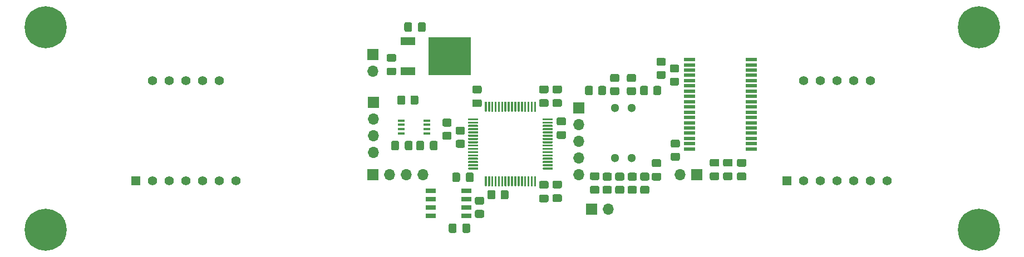
<source format=gbr>
%TF.GenerationSoftware,KiCad,Pcbnew,(5.1.9)-1*%
%TF.CreationDate,2021-04-24T21:51:37+02:00*%
%TF.ProjectId,Hoofdbord,486f6f66-6462-46f7-9264-2e6b69636164,rev?*%
%TF.SameCoordinates,Original*%
%TF.FileFunction,Soldermask,Top*%
%TF.FilePolarity,Negative*%
%FSLAX46Y46*%
G04 Gerber Fmt 4.6, Leading zero omitted, Abs format (unit mm)*
G04 Created by KiCad (PCBNEW (5.1.9)-1) date 2021-04-24 21:51:37*
%MOMM*%
%LPD*%
G01*
G04 APERTURE LIST*
%ADD10R,1.416000X1.416000*%
%ADD11C,1.416000*%
%ADD12C,6.400000*%
%ADD13C,0.800000*%
%ADD14O,1.700000X1.700000*%
%ADD15R,1.700000X1.700000*%
%ADD16R,6.400000X5.800000*%
%ADD17R,2.200000X1.200000*%
%ADD18C,1.300000*%
%ADD19R,1.800000X0.600000*%
%ADD20R,1.100000X0.450000*%
%ADD21R,1.525000X0.650000*%
G04 APERTURE END LIST*
D10*
%TO.C,DS1*%
X206883000Y-83185000D03*
D11*
X209423000Y-83185000D03*
X211963000Y-83185000D03*
X214503000Y-83185000D03*
X217043000Y-83185000D03*
X219583000Y-83185000D03*
X222123000Y-83185000D03*
X219583000Y-67945000D03*
X217043000Y-67945000D03*
X214503000Y-67945000D03*
X211963000Y-67945000D03*
X209423000Y-67945000D03*
%TD*%
D12*
%TO.C,*%
X94107000Y-59817000D03*
D13*
X96507000Y-59817000D03*
X95804056Y-61514056D03*
X94107000Y-62217000D03*
X92409944Y-61514056D03*
X91707000Y-59817000D03*
X92409944Y-58119944D03*
X94107000Y-57417000D03*
X95804056Y-58119944D03*
%TD*%
D12*
%TO.C,*%
X236093000Y-90678000D03*
D13*
X238493000Y-90678000D03*
X237790056Y-92375056D03*
X236093000Y-93078000D03*
X234395944Y-92375056D03*
X233693000Y-90678000D03*
X234395944Y-88980944D03*
X236093000Y-88278000D03*
X237790056Y-88980944D03*
%TD*%
D12*
%TO.C,*%
X94107000Y-90678000D03*
D13*
X96507000Y-90678000D03*
X95804056Y-92375056D03*
X94107000Y-93078000D03*
X92409944Y-92375056D03*
X91707000Y-90678000D03*
X92409944Y-88980944D03*
X94107000Y-88278000D03*
X95804056Y-88980944D03*
%TD*%
D12*
%TO.C,*%
X236093000Y-59817000D03*
D13*
X238493000Y-59817000D03*
X237790056Y-61514056D03*
X236093000Y-62217000D03*
X234395944Y-61514056D03*
X233693000Y-59817000D03*
X234395944Y-58119944D03*
X236093000Y-57417000D03*
X237790056Y-58119944D03*
%TD*%
D14*
%TO.C,SW2*%
X190627000Y-82296000D03*
D15*
X193167000Y-82296000D03*
%TD*%
%TO.C,R14*%
G36*
G01*
X181171001Y-70164000D02*
X180270999Y-70164000D01*
G75*
G02*
X180021000Y-69914001I0J249999D01*
G01*
X180021000Y-69213999D01*
G75*
G02*
X180270999Y-68964000I249999J0D01*
G01*
X181171001Y-68964000D01*
G75*
G02*
X181421000Y-69213999I0J-249999D01*
G01*
X181421000Y-69914001D01*
G75*
G02*
X181171001Y-70164000I-249999J0D01*
G01*
G37*
G36*
G01*
X181171001Y-68164000D02*
X180270999Y-68164000D01*
G75*
G02*
X180021000Y-67914001I0J249999D01*
G01*
X180021000Y-67213999D01*
G75*
G02*
X180270999Y-66964000I249999J0D01*
G01*
X181171001Y-66964000D01*
G75*
G02*
X181421000Y-67213999I0J-249999D01*
G01*
X181421000Y-67914001D01*
G75*
G02*
X181171001Y-68164000I-249999J0D01*
G01*
G37*
%TD*%
%TO.C,R13*%
G36*
G01*
X179400000Y-69018999D02*
X179400000Y-69919001D01*
G75*
G02*
X179150001Y-70169000I-249999J0D01*
G01*
X178449999Y-70169000D01*
G75*
G02*
X178200000Y-69919001I0J249999D01*
G01*
X178200000Y-69018999D01*
G75*
G02*
X178449999Y-68769000I249999J0D01*
G01*
X179150001Y-68769000D01*
G75*
G02*
X179400000Y-69018999I0J-249999D01*
G01*
G37*
G36*
G01*
X177400000Y-69018999D02*
X177400000Y-69919001D01*
G75*
G02*
X177150001Y-70169000I-249999J0D01*
G01*
X176449999Y-70169000D01*
G75*
G02*
X176200000Y-69919001I0J249999D01*
G01*
X176200000Y-69018999D01*
G75*
G02*
X176449999Y-68769000I249999J0D01*
G01*
X177150001Y-68769000D01*
G75*
G02*
X177400000Y-69018999I0J-249999D01*
G01*
G37*
%TD*%
%TO.C,R16*%
G36*
G01*
X184582000Y-69919001D02*
X184582000Y-69018999D01*
G75*
G02*
X184831999Y-68769000I249999J0D01*
G01*
X185532001Y-68769000D01*
G75*
G02*
X185782000Y-69018999I0J-249999D01*
G01*
X185782000Y-69919001D01*
G75*
G02*
X185532001Y-70169000I-249999J0D01*
G01*
X184831999Y-70169000D01*
G75*
G02*
X184582000Y-69919001I0J249999D01*
G01*
G37*
G36*
G01*
X186582000Y-69919001D02*
X186582000Y-69018999D01*
G75*
G02*
X186831999Y-68769000I249999J0D01*
G01*
X187532001Y-68769000D01*
G75*
G02*
X187782000Y-69018999I0J-249999D01*
G01*
X187782000Y-69919001D01*
G75*
G02*
X187532001Y-70169000I-249999J0D01*
G01*
X186831999Y-70169000D01*
G75*
G02*
X186582000Y-69919001I0J249999D01*
G01*
G37*
%TD*%
%TO.C,R15*%
G36*
G01*
X182810999Y-66964000D02*
X183711001Y-66964000D01*
G75*
G02*
X183961000Y-67213999I0J-249999D01*
G01*
X183961000Y-67914001D01*
G75*
G02*
X183711001Y-68164000I-249999J0D01*
G01*
X182810999Y-68164000D01*
G75*
G02*
X182561000Y-67914001I0J249999D01*
G01*
X182561000Y-67213999D01*
G75*
G02*
X182810999Y-66964000I249999J0D01*
G01*
G37*
G36*
G01*
X182810999Y-68964000D02*
X183711001Y-68964000D01*
G75*
G02*
X183961000Y-69213999I0J-249999D01*
G01*
X183961000Y-69914001D01*
G75*
G02*
X183711001Y-70164000I-249999J0D01*
G01*
X182810999Y-70164000D01*
G75*
G02*
X182561000Y-69914001I0J249999D01*
G01*
X182561000Y-69213999D01*
G75*
G02*
X182810999Y-68964000I249999J0D01*
G01*
G37*
%TD*%
%TO.C,U1*%
G36*
G01*
X168746000Y-82572000D02*
X168746000Y-83972000D01*
G75*
G02*
X168671000Y-84047000I-75000J0D01*
G01*
X168521000Y-84047000D01*
G75*
G02*
X168446000Y-83972000I0J75000D01*
G01*
X168446000Y-82572000D01*
G75*
G02*
X168521000Y-82497000I75000J0D01*
G01*
X168671000Y-82497000D01*
G75*
G02*
X168746000Y-82572000I0J-75000D01*
G01*
G37*
G36*
G01*
X168246000Y-82572000D02*
X168246000Y-83972000D01*
G75*
G02*
X168171000Y-84047000I-75000J0D01*
G01*
X168021000Y-84047000D01*
G75*
G02*
X167946000Y-83972000I0J75000D01*
G01*
X167946000Y-82572000D01*
G75*
G02*
X168021000Y-82497000I75000J0D01*
G01*
X168171000Y-82497000D01*
G75*
G02*
X168246000Y-82572000I0J-75000D01*
G01*
G37*
G36*
G01*
X167746000Y-82572000D02*
X167746000Y-83972000D01*
G75*
G02*
X167671000Y-84047000I-75000J0D01*
G01*
X167521000Y-84047000D01*
G75*
G02*
X167446000Y-83972000I0J75000D01*
G01*
X167446000Y-82572000D01*
G75*
G02*
X167521000Y-82497000I75000J0D01*
G01*
X167671000Y-82497000D01*
G75*
G02*
X167746000Y-82572000I0J-75000D01*
G01*
G37*
G36*
G01*
X167246000Y-82572000D02*
X167246000Y-83972000D01*
G75*
G02*
X167171000Y-84047000I-75000J0D01*
G01*
X167021000Y-84047000D01*
G75*
G02*
X166946000Y-83972000I0J75000D01*
G01*
X166946000Y-82572000D01*
G75*
G02*
X167021000Y-82497000I75000J0D01*
G01*
X167171000Y-82497000D01*
G75*
G02*
X167246000Y-82572000I0J-75000D01*
G01*
G37*
G36*
G01*
X166746000Y-82572000D02*
X166746000Y-83972000D01*
G75*
G02*
X166671000Y-84047000I-75000J0D01*
G01*
X166521000Y-84047000D01*
G75*
G02*
X166446000Y-83972000I0J75000D01*
G01*
X166446000Y-82572000D01*
G75*
G02*
X166521000Y-82497000I75000J0D01*
G01*
X166671000Y-82497000D01*
G75*
G02*
X166746000Y-82572000I0J-75000D01*
G01*
G37*
G36*
G01*
X166246000Y-82572000D02*
X166246000Y-83972000D01*
G75*
G02*
X166171000Y-84047000I-75000J0D01*
G01*
X166021000Y-84047000D01*
G75*
G02*
X165946000Y-83972000I0J75000D01*
G01*
X165946000Y-82572000D01*
G75*
G02*
X166021000Y-82497000I75000J0D01*
G01*
X166171000Y-82497000D01*
G75*
G02*
X166246000Y-82572000I0J-75000D01*
G01*
G37*
G36*
G01*
X165746000Y-82572000D02*
X165746000Y-83972000D01*
G75*
G02*
X165671000Y-84047000I-75000J0D01*
G01*
X165521000Y-84047000D01*
G75*
G02*
X165446000Y-83972000I0J75000D01*
G01*
X165446000Y-82572000D01*
G75*
G02*
X165521000Y-82497000I75000J0D01*
G01*
X165671000Y-82497000D01*
G75*
G02*
X165746000Y-82572000I0J-75000D01*
G01*
G37*
G36*
G01*
X165246000Y-82572000D02*
X165246000Y-83972000D01*
G75*
G02*
X165171000Y-84047000I-75000J0D01*
G01*
X165021000Y-84047000D01*
G75*
G02*
X164946000Y-83972000I0J75000D01*
G01*
X164946000Y-82572000D01*
G75*
G02*
X165021000Y-82497000I75000J0D01*
G01*
X165171000Y-82497000D01*
G75*
G02*
X165246000Y-82572000I0J-75000D01*
G01*
G37*
G36*
G01*
X164746000Y-82572000D02*
X164746000Y-83972000D01*
G75*
G02*
X164671000Y-84047000I-75000J0D01*
G01*
X164521000Y-84047000D01*
G75*
G02*
X164446000Y-83972000I0J75000D01*
G01*
X164446000Y-82572000D01*
G75*
G02*
X164521000Y-82497000I75000J0D01*
G01*
X164671000Y-82497000D01*
G75*
G02*
X164746000Y-82572000I0J-75000D01*
G01*
G37*
G36*
G01*
X164246000Y-82572000D02*
X164246000Y-83972000D01*
G75*
G02*
X164171000Y-84047000I-75000J0D01*
G01*
X164021000Y-84047000D01*
G75*
G02*
X163946000Y-83972000I0J75000D01*
G01*
X163946000Y-82572000D01*
G75*
G02*
X164021000Y-82497000I75000J0D01*
G01*
X164171000Y-82497000D01*
G75*
G02*
X164246000Y-82572000I0J-75000D01*
G01*
G37*
G36*
G01*
X163746000Y-82572000D02*
X163746000Y-83972000D01*
G75*
G02*
X163671000Y-84047000I-75000J0D01*
G01*
X163521000Y-84047000D01*
G75*
G02*
X163446000Y-83972000I0J75000D01*
G01*
X163446000Y-82572000D01*
G75*
G02*
X163521000Y-82497000I75000J0D01*
G01*
X163671000Y-82497000D01*
G75*
G02*
X163746000Y-82572000I0J-75000D01*
G01*
G37*
G36*
G01*
X163246000Y-82572000D02*
X163246000Y-83972000D01*
G75*
G02*
X163171000Y-84047000I-75000J0D01*
G01*
X163021000Y-84047000D01*
G75*
G02*
X162946000Y-83972000I0J75000D01*
G01*
X162946000Y-82572000D01*
G75*
G02*
X163021000Y-82497000I75000J0D01*
G01*
X163171000Y-82497000D01*
G75*
G02*
X163246000Y-82572000I0J-75000D01*
G01*
G37*
G36*
G01*
X162746000Y-82572000D02*
X162746000Y-83972000D01*
G75*
G02*
X162671000Y-84047000I-75000J0D01*
G01*
X162521000Y-84047000D01*
G75*
G02*
X162446000Y-83972000I0J75000D01*
G01*
X162446000Y-82572000D01*
G75*
G02*
X162521000Y-82497000I75000J0D01*
G01*
X162671000Y-82497000D01*
G75*
G02*
X162746000Y-82572000I0J-75000D01*
G01*
G37*
G36*
G01*
X162246000Y-82572000D02*
X162246000Y-83972000D01*
G75*
G02*
X162171000Y-84047000I-75000J0D01*
G01*
X162021000Y-84047000D01*
G75*
G02*
X161946000Y-83972000I0J75000D01*
G01*
X161946000Y-82572000D01*
G75*
G02*
X162021000Y-82497000I75000J0D01*
G01*
X162171000Y-82497000D01*
G75*
G02*
X162246000Y-82572000I0J-75000D01*
G01*
G37*
G36*
G01*
X161746000Y-82572000D02*
X161746000Y-83972000D01*
G75*
G02*
X161671000Y-84047000I-75000J0D01*
G01*
X161521000Y-84047000D01*
G75*
G02*
X161446000Y-83972000I0J75000D01*
G01*
X161446000Y-82572000D01*
G75*
G02*
X161521000Y-82497000I75000J0D01*
G01*
X161671000Y-82497000D01*
G75*
G02*
X161746000Y-82572000I0J-75000D01*
G01*
G37*
G36*
G01*
X161246000Y-82572000D02*
X161246000Y-83972000D01*
G75*
G02*
X161171000Y-84047000I-75000J0D01*
G01*
X161021000Y-84047000D01*
G75*
G02*
X160946000Y-83972000I0J75000D01*
G01*
X160946000Y-82572000D01*
G75*
G02*
X161021000Y-82497000I75000J0D01*
G01*
X161171000Y-82497000D01*
G75*
G02*
X161246000Y-82572000I0J-75000D01*
G01*
G37*
G36*
G01*
X159946000Y-81272000D02*
X159946000Y-81422000D01*
G75*
G02*
X159871000Y-81497000I-75000J0D01*
G01*
X158471000Y-81497000D01*
G75*
G02*
X158396000Y-81422000I0J75000D01*
G01*
X158396000Y-81272000D01*
G75*
G02*
X158471000Y-81197000I75000J0D01*
G01*
X159871000Y-81197000D01*
G75*
G02*
X159946000Y-81272000I0J-75000D01*
G01*
G37*
G36*
G01*
X159946000Y-80772000D02*
X159946000Y-80922000D01*
G75*
G02*
X159871000Y-80997000I-75000J0D01*
G01*
X158471000Y-80997000D01*
G75*
G02*
X158396000Y-80922000I0J75000D01*
G01*
X158396000Y-80772000D01*
G75*
G02*
X158471000Y-80697000I75000J0D01*
G01*
X159871000Y-80697000D01*
G75*
G02*
X159946000Y-80772000I0J-75000D01*
G01*
G37*
G36*
G01*
X159946000Y-80272000D02*
X159946000Y-80422000D01*
G75*
G02*
X159871000Y-80497000I-75000J0D01*
G01*
X158471000Y-80497000D01*
G75*
G02*
X158396000Y-80422000I0J75000D01*
G01*
X158396000Y-80272000D01*
G75*
G02*
X158471000Y-80197000I75000J0D01*
G01*
X159871000Y-80197000D01*
G75*
G02*
X159946000Y-80272000I0J-75000D01*
G01*
G37*
G36*
G01*
X159946000Y-79772000D02*
X159946000Y-79922000D01*
G75*
G02*
X159871000Y-79997000I-75000J0D01*
G01*
X158471000Y-79997000D01*
G75*
G02*
X158396000Y-79922000I0J75000D01*
G01*
X158396000Y-79772000D01*
G75*
G02*
X158471000Y-79697000I75000J0D01*
G01*
X159871000Y-79697000D01*
G75*
G02*
X159946000Y-79772000I0J-75000D01*
G01*
G37*
G36*
G01*
X159946000Y-79272000D02*
X159946000Y-79422000D01*
G75*
G02*
X159871000Y-79497000I-75000J0D01*
G01*
X158471000Y-79497000D01*
G75*
G02*
X158396000Y-79422000I0J75000D01*
G01*
X158396000Y-79272000D01*
G75*
G02*
X158471000Y-79197000I75000J0D01*
G01*
X159871000Y-79197000D01*
G75*
G02*
X159946000Y-79272000I0J-75000D01*
G01*
G37*
G36*
G01*
X159946000Y-78772000D02*
X159946000Y-78922000D01*
G75*
G02*
X159871000Y-78997000I-75000J0D01*
G01*
X158471000Y-78997000D01*
G75*
G02*
X158396000Y-78922000I0J75000D01*
G01*
X158396000Y-78772000D01*
G75*
G02*
X158471000Y-78697000I75000J0D01*
G01*
X159871000Y-78697000D01*
G75*
G02*
X159946000Y-78772000I0J-75000D01*
G01*
G37*
G36*
G01*
X159946000Y-78272000D02*
X159946000Y-78422000D01*
G75*
G02*
X159871000Y-78497000I-75000J0D01*
G01*
X158471000Y-78497000D01*
G75*
G02*
X158396000Y-78422000I0J75000D01*
G01*
X158396000Y-78272000D01*
G75*
G02*
X158471000Y-78197000I75000J0D01*
G01*
X159871000Y-78197000D01*
G75*
G02*
X159946000Y-78272000I0J-75000D01*
G01*
G37*
G36*
G01*
X159946000Y-77772000D02*
X159946000Y-77922000D01*
G75*
G02*
X159871000Y-77997000I-75000J0D01*
G01*
X158471000Y-77997000D01*
G75*
G02*
X158396000Y-77922000I0J75000D01*
G01*
X158396000Y-77772000D01*
G75*
G02*
X158471000Y-77697000I75000J0D01*
G01*
X159871000Y-77697000D01*
G75*
G02*
X159946000Y-77772000I0J-75000D01*
G01*
G37*
G36*
G01*
X159946000Y-77272000D02*
X159946000Y-77422000D01*
G75*
G02*
X159871000Y-77497000I-75000J0D01*
G01*
X158471000Y-77497000D01*
G75*
G02*
X158396000Y-77422000I0J75000D01*
G01*
X158396000Y-77272000D01*
G75*
G02*
X158471000Y-77197000I75000J0D01*
G01*
X159871000Y-77197000D01*
G75*
G02*
X159946000Y-77272000I0J-75000D01*
G01*
G37*
G36*
G01*
X159946000Y-76772000D02*
X159946000Y-76922000D01*
G75*
G02*
X159871000Y-76997000I-75000J0D01*
G01*
X158471000Y-76997000D01*
G75*
G02*
X158396000Y-76922000I0J75000D01*
G01*
X158396000Y-76772000D01*
G75*
G02*
X158471000Y-76697000I75000J0D01*
G01*
X159871000Y-76697000D01*
G75*
G02*
X159946000Y-76772000I0J-75000D01*
G01*
G37*
G36*
G01*
X159946000Y-76272000D02*
X159946000Y-76422000D01*
G75*
G02*
X159871000Y-76497000I-75000J0D01*
G01*
X158471000Y-76497000D01*
G75*
G02*
X158396000Y-76422000I0J75000D01*
G01*
X158396000Y-76272000D01*
G75*
G02*
X158471000Y-76197000I75000J0D01*
G01*
X159871000Y-76197000D01*
G75*
G02*
X159946000Y-76272000I0J-75000D01*
G01*
G37*
G36*
G01*
X159946000Y-75772000D02*
X159946000Y-75922000D01*
G75*
G02*
X159871000Y-75997000I-75000J0D01*
G01*
X158471000Y-75997000D01*
G75*
G02*
X158396000Y-75922000I0J75000D01*
G01*
X158396000Y-75772000D01*
G75*
G02*
X158471000Y-75697000I75000J0D01*
G01*
X159871000Y-75697000D01*
G75*
G02*
X159946000Y-75772000I0J-75000D01*
G01*
G37*
G36*
G01*
X159946000Y-75272000D02*
X159946000Y-75422000D01*
G75*
G02*
X159871000Y-75497000I-75000J0D01*
G01*
X158471000Y-75497000D01*
G75*
G02*
X158396000Y-75422000I0J75000D01*
G01*
X158396000Y-75272000D01*
G75*
G02*
X158471000Y-75197000I75000J0D01*
G01*
X159871000Y-75197000D01*
G75*
G02*
X159946000Y-75272000I0J-75000D01*
G01*
G37*
G36*
G01*
X159946000Y-74772000D02*
X159946000Y-74922000D01*
G75*
G02*
X159871000Y-74997000I-75000J0D01*
G01*
X158471000Y-74997000D01*
G75*
G02*
X158396000Y-74922000I0J75000D01*
G01*
X158396000Y-74772000D01*
G75*
G02*
X158471000Y-74697000I75000J0D01*
G01*
X159871000Y-74697000D01*
G75*
G02*
X159946000Y-74772000I0J-75000D01*
G01*
G37*
G36*
G01*
X159946000Y-74272000D02*
X159946000Y-74422000D01*
G75*
G02*
X159871000Y-74497000I-75000J0D01*
G01*
X158471000Y-74497000D01*
G75*
G02*
X158396000Y-74422000I0J75000D01*
G01*
X158396000Y-74272000D01*
G75*
G02*
X158471000Y-74197000I75000J0D01*
G01*
X159871000Y-74197000D01*
G75*
G02*
X159946000Y-74272000I0J-75000D01*
G01*
G37*
G36*
G01*
X159946000Y-73772000D02*
X159946000Y-73922000D01*
G75*
G02*
X159871000Y-73997000I-75000J0D01*
G01*
X158471000Y-73997000D01*
G75*
G02*
X158396000Y-73922000I0J75000D01*
G01*
X158396000Y-73772000D01*
G75*
G02*
X158471000Y-73697000I75000J0D01*
G01*
X159871000Y-73697000D01*
G75*
G02*
X159946000Y-73772000I0J-75000D01*
G01*
G37*
G36*
G01*
X161246000Y-71222000D02*
X161246000Y-72622000D01*
G75*
G02*
X161171000Y-72697000I-75000J0D01*
G01*
X161021000Y-72697000D01*
G75*
G02*
X160946000Y-72622000I0J75000D01*
G01*
X160946000Y-71222000D01*
G75*
G02*
X161021000Y-71147000I75000J0D01*
G01*
X161171000Y-71147000D01*
G75*
G02*
X161246000Y-71222000I0J-75000D01*
G01*
G37*
G36*
G01*
X161746000Y-71222000D02*
X161746000Y-72622000D01*
G75*
G02*
X161671000Y-72697000I-75000J0D01*
G01*
X161521000Y-72697000D01*
G75*
G02*
X161446000Y-72622000I0J75000D01*
G01*
X161446000Y-71222000D01*
G75*
G02*
X161521000Y-71147000I75000J0D01*
G01*
X161671000Y-71147000D01*
G75*
G02*
X161746000Y-71222000I0J-75000D01*
G01*
G37*
G36*
G01*
X162246000Y-71222000D02*
X162246000Y-72622000D01*
G75*
G02*
X162171000Y-72697000I-75000J0D01*
G01*
X162021000Y-72697000D01*
G75*
G02*
X161946000Y-72622000I0J75000D01*
G01*
X161946000Y-71222000D01*
G75*
G02*
X162021000Y-71147000I75000J0D01*
G01*
X162171000Y-71147000D01*
G75*
G02*
X162246000Y-71222000I0J-75000D01*
G01*
G37*
G36*
G01*
X162746000Y-71222000D02*
X162746000Y-72622000D01*
G75*
G02*
X162671000Y-72697000I-75000J0D01*
G01*
X162521000Y-72697000D01*
G75*
G02*
X162446000Y-72622000I0J75000D01*
G01*
X162446000Y-71222000D01*
G75*
G02*
X162521000Y-71147000I75000J0D01*
G01*
X162671000Y-71147000D01*
G75*
G02*
X162746000Y-71222000I0J-75000D01*
G01*
G37*
G36*
G01*
X163246000Y-71222000D02*
X163246000Y-72622000D01*
G75*
G02*
X163171000Y-72697000I-75000J0D01*
G01*
X163021000Y-72697000D01*
G75*
G02*
X162946000Y-72622000I0J75000D01*
G01*
X162946000Y-71222000D01*
G75*
G02*
X163021000Y-71147000I75000J0D01*
G01*
X163171000Y-71147000D01*
G75*
G02*
X163246000Y-71222000I0J-75000D01*
G01*
G37*
G36*
G01*
X163746000Y-71222000D02*
X163746000Y-72622000D01*
G75*
G02*
X163671000Y-72697000I-75000J0D01*
G01*
X163521000Y-72697000D01*
G75*
G02*
X163446000Y-72622000I0J75000D01*
G01*
X163446000Y-71222000D01*
G75*
G02*
X163521000Y-71147000I75000J0D01*
G01*
X163671000Y-71147000D01*
G75*
G02*
X163746000Y-71222000I0J-75000D01*
G01*
G37*
G36*
G01*
X164246000Y-71222000D02*
X164246000Y-72622000D01*
G75*
G02*
X164171000Y-72697000I-75000J0D01*
G01*
X164021000Y-72697000D01*
G75*
G02*
X163946000Y-72622000I0J75000D01*
G01*
X163946000Y-71222000D01*
G75*
G02*
X164021000Y-71147000I75000J0D01*
G01*
X164171000Y-71147000D01*
G75*
G02*
X164246000Y-71222000I0J-75000D01*
G01*
G37*
G36*
G01*
X164746000Y-71222000D02*
X164746000Y-72622000D01*
G75*
G02*
X164671000Y-72697000I-75000J0D01*
G01*
X164521000Y-72697000D01*
G75*
G02*
X164446000Y-72622000I0J75000D01*
G01*
X164446000Y-71222000D01*
G75*
G02*
X164521000Y-71147000I75000J0D01*
G01*
X164671000Y-71147000D01*
G75*
G02*
X164746000Y-71222000I0J-75000D01*
G01*
G37*
G36*
G01*
X165246000Y-71222000D02*
X165246000Y-72622000D01*
G75*
G02*
X165171000Y-72697000I-75000J0D01*
G01*
X165021000Y-72697000D01*
G75*
G02*
X164946000Y-72622000I0J75000D01*
G01*
X164946000Y-71222000D01*
G75*
G02*
X165021000Y-71147000I75000J0D01*
G01*
X165171000Y-71147000D01*
G75*
G02*
X165246000Y-71222000I0J-75000D01*
G01*
G37*
G36*
G01*
X165746000Y-71222000D02*
X165746000Y-72622000D01*
G75*
G02*
X165671000Y-72697000I-75000J0D01*
G01*
X165521000Y-72697000D01*
G75*
G02*
X165446000Y-72622000I0J75000D01*
G01*
X165446000Y-71222000D01*
G75*
G02*
X165521000Y-71147000I75000J0D01*
G01*
X165671000Y-71147000D01*
G75*
G02*
X165746000Y-71222000I0J-75000D01*
G01*
G37*
G36*
G01*
X166246000Y-71222000D02*
X166246000Y-72622000D01*
G75*
G02*
X166171000Y-72697000I-75000J0D01*
G01*
X166021000Y-72697000D01*
G75*
G02*
X165946000Y-72622000I0J75000D01*
G01*
X165946000Y-71222000D01*
G75*
G02*
X166021000Y-71147000I75000J0D01*
G01*
X166171000Y-71147000D01*
G75*
G02*
X166246000Y-71222000I0J-75000D01*
G01*
G37*
G36*
G01*
X166746000Y-71222000D02*
X166746000Y-72622000D01*
G75*
G02*
X166671000Y-72697000I-75000J0D01*
G01*
X166521000Y-72697000D01*
G75*
G02*
X166446000Y-72622000I0J75000D01*
G01*
X166446000Y-71222000D01*
G75*
G02*
X166521000Y-71147000I75000J0D01*
G01*
X166671000Y-71147000D01*
G75*
G02*
X166746000Y-71222000I0J-75000D01*
G01*
G37*
G36*
G01*
X167246000Y-71222000D02*
X167246000Y-72622000D01*
G75*
G02*
X167171000Y-72697000I-75000J0D01*
G01*
X167021000Y-72697000D01*
G75*
G02*
X166946000Y-72622000I0J75000D01*
G01*
X166946000Y-71222000D01*
G75*
G02*
X167021000Y-71147000I75000J0D01*
G01*
X167171000Y-71147000D01*
G75*
G02*
X167246000Y-71222000I0J-75000D01*
G01*
G37*
G36*
G01*
X167746000Y-71222000D02*
X167746000Y-72622000D01*
G75*
G02*
X167671000Y-72697000I-75000J0D01*
G01*
X167521000Y-72697000D01*
G75*
G02*
X167446000Y-72622000I0J75000D01*
G01*
X167446000Y-71222000D01*
G75*
G02*
X167521000Y-71147000I75000J0D01*
G01*
X167671000Y-71147000D01*
G75*
G02*
X167746000Y-71222000I0J-75000D01*
G01*
G37*
G36*
G01*
X168246000Y-71222000D02*
X168246000Y-72622000D01*
G75*
G02*
X168171000Y-72697000I-75000J0D01*
G01*
X168021000Y-72697000D01*
G75*
G02*
X167946000Y-72622000I0J75000D01*
G01*
X167946000Y-71222000D01*
G75*
G02*
X168021000Y-71147000I75000J0D01*
G01*
X168171000Y-71147000D01*
G75*
G02*
X168246000Y-71222000I0J-75000D01*
G01*
G37*
G36*
G01*
X168746000Y-71222000D02*
X168746000Y-72622000D01*
G75*
G02*
X168671000Y-72697000I-75000J0D01*
G01*
X168521000Y-72697000D01*
G75*
G02*
X168446000Y-72622000I0J75000D01*
G01*
X168446000Y-71222000D01*
G75*
G02*
X168521000Y-71147000I75000J0D01*
G01*
X168671000Y-71147000D01*
G75*
G02*
X168746000Y-71222000I0J-75000D01*
G01*
G37*
G36*
G01*
X171296000Y-73772000D02*
X171296000Y-73922000D01*
G75*
G02*
X171221000Y-73997000I-75000J0D01*
G01*
X169821000Y-73997000D01*
G75*
G02*
X169746000Y-73922000I0J75000D01*
G01*
X169746000Y-73772000D01*
G75*
G02*
X169821000Y-73697000I75000J0D01*
G01*
X171221000Y-73697000D01*
G75*
G02*
X171296000Y-73772000I0J-75000D01*
G01*
G37*
G36*
G01*
X171296000Y-74272000D02*
X171296000Y-74422000D01*
G75*
G02*
X171221000Y-74497000I-75000J0D01*
G01*
X169821000Y-74497000D01*
G75*
G02*
X169746000Y-74422000I0J75000D01*
G01*
X169746000Y-74272000D01*
G75*
G02*
X169821000Y-74197000I75000J0D01*
G01*
X171221000Y-74197000D01*
G75*
G02*
X171296000Y-74272000I0J-75000D01*
G01*
G37*
G36*
G01*
X171296000Y-74772000D02*
X171296000Y-74922000D01*
G75*
G02*
X171221000Y-74997000I-75000J0D01*
G01*
X169821000Y-74997000D01*
G75*
G02*
X169746000Y-74922000I0J75000D01*
G01*
X169746000Y-74772000D01*
G75*
G02*
X169821000Y-74697000I75000J0D01*
G01*
X171221000Y-74697000D01*
G75*
G02*
X171296000Y-74772000I0J-75000D01*
G01*
G37*
G36*
G01*
X171296000Y-75272000D02*
X171296000Y-75422000D01*
G75*
G02*
X171221000Y-75497000I-75000J0D01*
G01*
X169821000Y-75497000D01*
G75*
G02*
X169746000Y-75422000I0J75000D01*
G01*
X169746000Y-75272000D01*
G75*
G02*
X169821000Y-75197000I75000J0D01*
G01*
X171221000Y-75197000D01*
G75*
G02*
X171296000Y-75272000I0J-75000D01*
G01*
G37*
G36*
G01*
X171296000Y-75772000D02*
X171296000Y-75922000D01*
G75*
G02*
X171221000Y-75997000I-75000J0D01*
G01*
X169821000Y-75997000D01*
G75*
G02*
X169746000Y-75922000I0J75000D01*
G01*
X169746000Y-75772000D01*
G75*
G02*
X169821000Y-75697000I75000J0D01*
G01*
X171221000Y-75697000D01*
G75*
G02*
X171296000Y-75772000I0J-75000D01*
G01*
G37*
G36*
G01*
X171296000Y-76272000D02*
X171296000Y-76422000D01*
G75*
G02*
X171221000Y-76497000I-75000J0D01*
G01*
X169821000Y-76497000D01*
G75*
G02*
X169746000Y-76422000I0J75000D01*
G01*
X169746000Y-76272000D01*
G75*
G02*
X169821000Y-76197000I75000J0D01*
G01*
X171221000Y-76197000D01*
G75*
G02*
X171296000Y-76272000I0J-75000D01*
G01*
G37*
G36*
G01*
X171296000Y-76772000D02*
X171296000Y-76922000D01*
G75*
G02*
X171221000Y-76997000I-75000J0D01*
G01*
X169821000Y-76997000D01*
G75*
G02*
X169746000Y-76922000I0J75000D01*
G01*
X169746000Y-76772000D01*
G75*
G02*
X169821000Y-76697000I75000J0D01*
G01*
X171221000Y-76697000D01*
G75*
G02*
X171296000Y-76772000I0J-75000D01*
G01*
G37*
G36*
G01*
X171296000Y-77272000D02*
X171296000Y-77422000D01*
G75*
G02*
X171221000Y-77497000I-75000J0D01*
G01*
X169821000Y-77497000D01*
G75*
G02*
X169746000Y-77422000I0J75000D01*
G01*
X169746000Y-77272000D01*
G75*
G02*
X169821000Y-77197000I75000J0D01*
G01*
X171221000Y-77197000D01*
G75*
G02*
X171296000Y-77272000I0J-75000D01*
G01*
G37*
G36*
G01*
X171296000Y-77772000D02*
X171296000Y-77922000D01*
G75*
G02*
X171221000Y-77997000I-75000J0D01*
G01*
X169821000Y-77997000D01*
G75*
G02*
X169746000Y-77922000I0J75000D01*
G01*
X169746000Y-77772000D01*
G75*
G02*
X169821000Y-77697000I75000J0D01*
G01*
X171221000Y-77697000D01*
G75*
G02*
X171296000Y-77772000I0J-75000D01*
G01*
G37*
G36*
G01*
X171296000Y-78272000D02*
X171296000Y-78422000D01*
G75*
G02*
X171221000Y-78497000I-75000J0D01*
G01*
X169821000Y-78497000D01*
G75*
G02*
X169746000Y-78422000I0J75000D01*
G01*
X169746000Y-78272000D01*
G75*
G02*
X169821000Y-78197000I75000J0D01*
G01*
X171221000Y-78197000D01*
G75*
G02*
X171296000Y-78272000I0J-75000D01*
G01*
G37*
G36*
G01*
X171296000Y-78772000D02*
X171296000Y-78922000D01*
G75*
G02*
X171221000Y-78997000I-75000J0D01*
G01*
X169821000Y-78997000D01*
G75*
G02*
X169746000Y-78922000I0J75000D01*
G01*
X169746000Y-78772000D01*
G75*
G02*
X169821000Y-78697000I75000J0D01*
G01*
X171221000Y-78697000D01*
G75*
G02*
X171296000Y-78772000I0J-75000D01*
G01*
G37*
G36*
G01*
X171296000Y-79272000D02*
X171296000Y-79422000D01*
G75*
G02*
X171221000Y-79497000I-75000J0D01*
G01*
X169821000Y-79497000D01*
G75*
G02*
X169746000Y-79422000I0J75000D01*
G01*
X169746000Y-79272000D01*
G75*
G02*
X169821000Y-79197000I75000J0D01*
G01*
X171221000Y-79197000D01*
G75*
G02*
X171296000Y-79272000I0J-75000D01*
G01*
G37*
G36*
G01*
X171296000Y-79772000D02*
X171296000Y-79922000D01*
G75*
G02*
X171221000Y-79997000I-75000J0D01*
G01*
X169821000Y-79997000D01*
G75*
G02*
X169746000Y-79922000I0J75000D01*
G01*
X169746000Y-79772000D01*
G75*
G02*
X169821000Y-79697000I75000J0D01*
G01*
X171221000Y-79697000D01*
G75*
G02*
X171296000Y-79772000I0J-75000D01*
G01*
G37*
G36*
G01*
X171296000Y-80272000D02*
X171296000Y-80422000D01*
G75*
G02*
X171221000Y-80497000I-75000J0D01*
G01*
X169821000Y-80497000D01*
G75*
G02*
X169746000Y-80422000I0J75000D01*
G01*
X169746000Y-80272000D01*
G75*
G02*
X169821000Y-80197000I75000J0D01*
G01*
X171221000Y-80197000D01*
G75*
G02*
X171296000Y-80272000I0J-75000D01*
G01*
G37*
G36*
G01*
X171296000Y-80772000D02*
X171296000Y-80922000D01*
G75*
G02*
X171221000Y-80997000I-75000J0D01*
G01*
X169821000Y-80997000D01*
G75*
G02*
X169746000Y-80922000I0J75000D01*
G01*
X169746000Y-80772000D01*
G75*
G02*
X169821000Y-80697000I75000J0D01*
G01*
X171221000Y-80697000D01*
G75*
G02*
X171296000Y-80772000I0J-75000D01*
G01*
G37*
G36*
G01*
X171296000Y-81272000D02*
X171296000Y-81422000D01*
G75*
G02*
X171221000Y-81497000I-75000J0D01*
G01*
X169821000Y-81497000D01*
G75*
G02*
X169746000Y-81422000I0J75000D01*
G01*
X169746000Y-81272000D01*
G75*
G02*
X169821000Y-81197000I75000J0D01*
G01*
X171221000Y-81197000D01*
G75*
G02*
X171296000Y-81272000I0J-75000D01*
G01*
G37*
%TD*%
D14*
%TO.C,J3*%
X175260000Y-82296000D03*
X175260000Y-79756000D03*
X175260000Y-77216000D03*
X175260000Y-74676000D03*
D15*
X175260000Y-72136000D03*
%TD*%
D14*
%TO.C,J4*%
X151511000Y-82296000D03*
X148971000Y-82296000D03*
X146431000Y-82296000D03*
D15*
X143891000Y-82296000D03*
%TD*%
%TO.C,C15*%
G36*
G01*
X173068000Y-74755500D02*
X172118000Y-74755500D01*
G75*
G02*
X171868000Y-74505500I0J250000D01*
G01*
X171868000Y-73830500D01*
G75*
G02*
X172118000Y-73580500I250000J0D01*
G01*
X173068000Y-73580500D01*
G75*
G02*
X173318000Y-73830500I0J-250000D01*
G01*
X173318000Y-74505500D01*
G75*
G02*
X173068000Y-74755500I-250000J0D01*
G01*
G37*
G36*
G01*
X173068000Y-76830500D02*
X172118000Y-76830500D01*
G75*
G02*
X171868000Y-76580500I0J250000D01*
G01*
X171868000Y-75905500D01*
G75*
G02*
X172118000Y-75655500I250000J0D01*
G01*
X173068000Y-75655500D01*
G75*
G02*
X173318000Y-75905500I0J-250000D01*
G01*
X173318000Y-76580500D01*
G75*
G02*
X173068000Y-76830500I-250000J0D01*
G01*
G37*
%TD*%
%TO.C,C14*%
G36*
G01*
X172433000Y-84364500D02*
X171483000Y-84364500D01*
G75*
G02*
X171233000Y-84114500I0J250000D01*
G01*
X171233000Y-83439500D01*
G75*
G02*
X171483000Y-83189500I250000J0D01*
G01*
X172433000Y-83189500D01*
G75*
G02*
X172683000Y-83439500I0J-250000D01*
G01*
X172683000Y-84114500D01*
G75*
G02*
X172433000Y-84364500I-250000J0D01*
G01*
G37*
G36*
G01*
X172433000Y-86439500D02*
X171483000Y-86439500D01*
G75*
G02*
X171233000Y-86189500I0J250000D01*
G01*
X171233000Y-85514500D01*
G75*
G02*
X171483000Y-85264500I250000J0D01*
G01*
X172433000Y-85264500D01*
G75*
G02*
X172683000Y-85514500I0J-250000D01*
G01*
X172683000Y-86189500D01*
G75*
G02*
X172433000Y-86439500I-250000J0D01*
G01*
G37*
%TD*%
%TO.C,C9*%
G36*
G01*
X172433000Y-69886500D02*
X171483000Y-69886500D01*
G75*
G02*
X171233000Y-69636500I0J250000D01*
G01*
X171233000Y-68961500D01*
G75*
G02*
X171483000Y-68711500I250000J0D01*
G01*
X172433000Y-68711500D01*
G75*
G02*
X172683000Y-68961500I0J-250000D01*
G01*
X172683000Y-69636500D01*
G75*
G02*
X172433000Y-69886500I-250000J0D01*
G01*
G37*
G36*
G01*
X172433000Y-71961500D02*
X171483000Y-71961500D01*
G75*
G02*
X171233000Y-71711500I0J250000D01*
G01*
X171233000Y-71036500D01*
G75*
G02*
X171483000Y-70786500I250000J0D01*
G01*
X172433000Y-70786500D01*
G75*
G02*
X172683000Y-71036500I0J-250000D01*
G01*
X172683000Y-71711500D01*
G75*
G02*
X172433000Y-71961500I-250000J0D01*
G01*
G37*
%TD*%
D16*
%TO.C,U2*%
X155579500Y-64262000D03*
D17*
X149279500Y-66542000D03*
X149279500Y-61982000D03*
%TD*%
%TO.C,C17*%
G36*
G01*
X149876000Y-59342000D02*
X149876000Y-60292000D01*
G75*
G02*
X149626000Y-60542000I-250000J0D01*
G01*
X148951000Y-60542000D01*
G75*
G02*
X148701000Y-60292000I0J250000D01*
G01*
X148701000Y-59342000D01*
G75*
G02*
X148951000Y-59092000I250000J0D01*
G01*
X149626000Y-59092000D01*
G75*
G02*
X149876000Y-59342000I0J-250000D01*
G01*
G37*
G36*
G01*
X151951000Y-59342000D02*
X151951000Y-60292000D01*
G75*
G02*
X151701000Y-60542000I-250000J0D01*
G01*
X151026000Y-60542000D01*
G75*
G02*
X150776000Y-60292000I0J250000D01*
G01*
X150776000Y-59342000D01*
G75*
G02*
X151026000Y-59092000I250000J0D01*
G01*
X151701000Y-59092000D01*
G75*
G02*
X151951000Y-59342000I0J-250000D01*
G01*
G37*
%TD*%
%TO.C,C16*%
G36*
G01*
X146273500Y-65982000D02*
X147223500Y-65982000D01*
G75*
G02*
X147473500Y-66232000I0J-250000D01*
G01*
X147473500Y-66907000D01*
G75*
G02*
X147223500Y-67157000I-250000J0D01*
G01*
X146273500Y-67157000D01*
G75*
G02*
X146023500Y-66907000I0J250000D01*
G01*
X146023500Y-66232000D01*
G75*
G02*
X146273500Y-65982000I250000J0D01*
G01*
G37*
G36*
G01*
X146273500Y-63907000D02*
X147223500Y-63907000D01*
G75*
G02*
X147473500Y-64157000I0J-250000D01*
G01*
X147473500Y-64832000D01*
G75*
G02*
X147223500Y-65082000I-250000J0D01*
G01*
X146273500Y-65082000D01*
G75*
G02*
X146023500Y-64832000I0J250000D01*
G01*
X146023500Y-64157000D01*
G75*
G02*
X146273500Y-63907000I250000J0D01*
G01*
G37*
%TD*%
%TO.C,R8*%
G36*
G01*
X183838001Y-83182000D02*
X182937999Y-83182000D01*
G75*
G02*
X182688000Y-82932001I0J249999D01*
G01*
X182688000Y-82231999D01*
G75*
G02*
X182937999Y-81982000I249999J0D01*
G01*
X183838001Y-81982000D01*
G75*
G02*
X184088000Y-82231999I0J-249999D01*
G01*
X184088000Y-82932001D01*
G75*
G02*
X183838001Y-83182000I-249999J0D01*
G01*
G37*
G36*
G01*
X183838001Y-85182000D02*
X182937999Y-85182000D01*
G75*
G02*
X182688000Y-84932001I0J249999D01*
G01*
X182688000Y-84231999D01*
G75*
G02*
X182937999Y-83982000I249999J0D01*
G01*
X183838001Y-83982000D01*
G75*
G02*
X184088000Y-84231999I0J-249999D01*
G01*
X184088000Y-84932001D01*
G75*
G02*
X183838001Y-85182000I-249999J0D01*
G01*
G37*
%TD*%
%TO.C,R10*%
G36*
G01*
X184842999Y-83982000D02*
X185743001Y-83982000D01*
G75*
G02*
X185993000Y-84231999I0J-249999D01*
G01*
X185993000Y-84932001D01*
G75*
G02*
X185743001Y-85182000I-249999J0D01*
G01*
X184842999Y-85182000D01*
G75*
G02*
X184593000Y-84932001I0J249999D01*
G01*
X184593000Y-84231999D01*
G75*
G02*
X184842999Y-83982000I249999J0D01*
G01*
G37*
G36*
G01*
X184842999Y-81982000D02*
X185743001Y-81982000D01*
G75*
G02*
X185993000Y-82231999I0J-249999D01*
G01*
X185993000Y-82932001D01*
G75*
G02*
X185743001Y-83182000I-249999J0D01*
G01*
X184842999Y-83182000D01*
G75*
G02*
X184593000Y-82932001I0J249999D01*
G01*
X184593000Y-82231999D01*
G75*
G02*
X184842999Y-81982000I249999J0D01*
G01*
G37*
%TD*%
%TO.C,R6*%
G36*
G01*
X181933001Y-83182000D02*
X181032999Y-83182000D01*
G75*
G02*
X180783000Y-82932001I0J249999D01*
G01*
X180783000Y-82231999D01*
G75*
G02*
X181032999Y-81982000I249999J0D01*
G01*
X181933001Y-81982000D01*
G75*
G02*
X182183000Y-82231999I0J-249999D01*
G01*
X182183000Y-82932001D01*
G75*
G02*
X181933001Y-83182000I-249999J0D01*
G01*
G37*
G36*
G01*
X181933001Y-85182000D02*
X181032999Y-85182000D01*
G75*
G02*
X180783000Y-84932001I0J249999D01*
G01*
X180783000Y-84231999D01*
G75*
G02*
X181032999Y-83982000I249999J0D01*
G01*
X181933001Y-83982000D01*
G75*
G02*
X182183000Y-84231999I0J-249999D01*
G01*
X182183000Y-84932001D01*
G75*
G02*
X181933001Y-85182000I-249999J0D01*
G01*
G37*
%TD*%
%TO.C,R7*%
G36*
G01*
X179127999Y-83982000D02*
X180028001Y-83982000D01*
G75*
G02*
X180278000Y-84231999I0J-249999D01*
G01*
X180278000Y-84932001D01*
G75*
G02*
X180028001Y-85182000I-249999J0D01*
G01*
X179127999Y-85182000D01*
G75*
G02*
X178878000Y-84932001I0J249999D01*
G01*
X178878000Y-84231999D01*
G75*
G02*
X179127999Y-83982000I249999J0D01*
G01*
G37*
G36*
G01*
X179127999Y-81982000D02*
X180028001Y-81982000D01*
G75*
G02*
X180278000Y-82231999I0J-249999D01*
G01*
X180278000Y-82932001D01*
G75*
G02*
X180028001Y-83182000I-249999J0D01*
G01*
X179127999Y-83182000D01*
G75*
G02*
X178878000Y-82932001I0J249999D01*
G01*
X178878000Y-82231999D01*
G75*
G02*
X179127999Y-81982000I249999J0D01*
G01*
G37*
%TD*%
%TO.C,R2*%
G36*
G01*
X162557000Y-84893999D02*
X162557000Y-85794001D01*
G75*
G02*
X162307001Y-86044000I-249999J0D01*
G01*
X161606999Y-86044000D01*
G75*
G02*
X161357000Y-85794001I0J249999D01*
G01*
X161357000Y-84893999D01*
G75*
G02*
X161606999Y-84644000I249999J0D01*
G01*
X162307001Y-84644000D01*
G75*
G02*
X162557000Y-84893999I0J-249999D01*
G01*
G37*
G36*
G01*
X164557000Y-84893999D02*
X164557000Y-85794001D01*
G75*
G02*
X164307001Y-86044000I-249999J0D01*
G01*
X163606999Y-86044000D01*
G75*
G02*
X163357000Y-85794001I0J249999D01*
G01*
X163357000Y-84893999D01*
G75*
G02*
X163606999Y-84644000I249999J0D01*
G01*
X164307001Y-84644000D01*
G75*
G02*
X164557000Y-84893999I0J-249999D01*
G01*
G37*
%TD*%
%TO.C,R1*%
G36*
G01*
X160597001Y-86849000D02*
X159696999Y-86849000D01*
G75*
G02*
X159447000Y-86599001I0J249999D01*
G01*
X159447000Y-85898999D01*
G75*
G02*
X159696999Y-85649000I249999J0D01*
G01*
X160597001Y-85649000D01*
G75*
G02*
X160847000Y-85898999I0J-249999D01*
G01*
X160847000Y-86599001D01*
G75*
G02*
X160597001Y-86849000I-249999J0D01*
G01*
G37*
G36*
G01*
X160597001Y-88849000D02*
X159696999Y-88849000D01*
G75*
G02*
X159447000Y-88599001I0J249999D01*
G01*
X159447000Y-87898999D01*
G75*
G02*
X159696999Y-87649000I249999J0D01*
G01*
X160597001Y-87649000D01*
G75*
G02*
X160847000Y-87898999I0J-249999D01*
G01*
X160847000Y-88599001D01*
G75*
G02*
X160597001Y-88849000I-249999J0D01*
G01*
G37*
%TD*%
%TO.C,R5*%
G36*
G01*
X148841000Y-70479499D02*
X148841000Y-71379501D01*
G75*
G02*
X148591001Y-71629500I-249999J0D01*
G01*
X147890999Y-71629500D01*
G75*
G02*
X147641000Y-71379501I0J249999D01*
G01*
X147641000Y-70479499D01*
G75*
G02*
X147890999Y-70229500I249999J0D01*
G01*
X148591001Y-70229500D01*
G75*
G02*
X148841000Y-70479499I0J-249999D01*
G01*
G37*
G36*
G01*
X150841000Y-70479499D02*
X150841000Y-71379501D01*
G75*
G02*
X150591001Y-71629500I-249999J0D01*
G01*
X149890999Y-71629500D01*
G75*
G02*
X149641000Y-71379501I0J249999D01*
G01*
X149641000Y-70479499D01*
G75*
G02*
X149890999Y-70229500I249999J0D01*
G01*
X150591001Y-70229500D01*
G75*
G02*
X150841000Y-70479499I0J-249999D01*
G01*
G37*
%TD*%
%TO.C,R4*%
G36*
G01*
X156775999Y-76981000D02*
X157676001Y-76981000D01*
G75*
G02*
X157926000Y-77230999I0J-249999D01*
G01*
X157926000Y-77931001D01*
G75*
G02*
X157676001Y-78181000I-249999J0D01*
G01*
X156775999Y-78181000D01*
G75*
G02*
X156526000Y-77931001I0J249999D01*
G01*
X156526000Y-77230999D01*
G75*
G02*
X156775999Y-76981000I249999J0D01*
G01*
G37*
G36*
G01*
X156775999Y-74981000D02*
X157676001Y-74981000D01*
G75*
G02*
X157926000Y-75230999I0J-249999D01*
G01*
X157926000Y-75931001D01*
G75*
G02*
X157676001Y-76181000I-249999J0D01*
G01*
X156775999Y-76181000D01*
G75*
G02*
X156526000Y-75931001I0J249999D01*
G01*
X156526000Y-75230999D01*
G75*
G02*
X156775999Y-74981000I249999J0D01*
G01*
G37*
%TD*%
%TO.C,R3*%
G36*
G01*
X154743999Y-75758500D02*
X155644001Y-75758500D01*
G75*
G02*
X155894000Y-76008499I0J-249999D01*
G01*
X155894000Y-76708501D01*
G75*
G02*
X155644001Y-76958500I-249999J0D01*
G01*
X154743999Y-76958500D01*
G75*
G02*
X154494000Y-76708501I0J249999D01*
G01*
X154494000Y-76008499D01*
G75*
G02*
X154743999Y-75758500I249999J0D01*
G01*
G37*
G36*
G01*
X154743999Y-73758500D02*
X155644001Y-73758500D01*
G75*
G02*
X155894000Y-74008499I0J-249999D01*
G01*
X155894000Y-74708501D01*
G75*
G02*
X155644001Y-74958500I-249999J0D01*
G01*
X154743999Y-74958500D01*
G75*
G02*
X154494000Y-74708501I0J249999D01*
G01*
X154494000Y-74008499D01*
G75*
G02*
X154743999Y-73758500I249999J0D01*
G01*
G37*
%TD*%
%TO.C,R11*%
G36*
G01*
X188219501Y-65703500D02*
X187319499Y-65703500D01*
G75*
G02*
X187069500Y-65453501I0J249999D01*
G01*
X187069500Y-64753499D01*
G75*
G02*
X187319499Y-64503500I249999J0D01*
G01*
X188219501Y-64503500D01*
G75*
G02*
X188469500Y-64753499I0J-249999D01*
G01*
X188469500Y-65453501D01*
G75*
G02*
X188219501Y-65703500I-249999J0D01*
G01*
G37*
G36*
G01*
X188219501Y-67703500D02*
X187319499Y-67703500D01*
G75*
G02*
X187069500Y-67453501I0J249999D01*
G01*
X187069500Y-66753499D01*
G75*
G02*
X187319499Y-66503500I249999J0D01*
G01*
X188219501Y-66503500D01*
G75*
G02*
X188469500Y-66753499I0J-249999D01*
G01*
X188469500Y-67453501D01*
G75*
G02*
X188219501Y-67703500I-249999J0D01*
G01*
G37*
%TD*%
%TO.C,R9*%
G36*
G01*
X189351499Y-67519500D02*
X190251501Y-67519500D01*
G75*
G02*
X190501500Y-67769499I0J-249999D01*
G01*
X190501500Y-68469501D01*
G75*
G02*
X190251501Y-68719500I-249999J0D01*
G01*
X189351499Y-68719500D01*
G75*
G02*
X189101500Y-68469501I0J249999D01*
G01*
X189101500Y-67769499D01*
G75*
G02*
X189351499Y-67519500I249999J0D01*
G01*
G37*
G36*
G01*
X189351499Y-65519500D02*
X190251501Y-65519500D01*
G75*
G02*
X190501500Y-65769499I0J-249999D01*
G01*
X190501500Y-66469501D01*
G75*
G02*
X190251501Y-66719500I-249999J0D01*
G01*
X189351499Y-66719500D01*
G75*
G02*
X189101500Y-66469501I0J249999D01*
G01*
X189101500Y-65769499D01*
G75*
G02*
X189351499Y-65519500I249999J0D01*
G01*
G37*
%TD*%
%TO.C,R12*%
G36*
G01*
X189478499Y-78949500D02*
X190378501Y-78949500D01*
G75*
G02*
X190628500Y-79199499I0J-249999D01*
G01*
X190628500Y-79899501D01*
G75*
G02*
X190378501Y-80149500I-249999J0D01*
G01*
X189478499Y-80149500D01*
G75*
G02*
X189228500Y-79899501I0J249999D01*
G01*
X189228500Y-79199499D01*
G75*
G02*
X189478499Y-78949500I249999J0D01*
G01*
G37*
G36*
G01*
X189478499Y-76949500D02*
X190378501Y-76949500D01*
G75*
G02*
X190628500Y-77199499I0J-249999D01*
G01*
X190628500Y-77899501D01*
G75*
G02*
X190378501Y-78149500I-249999J0D01*
G01*
X189478499Y-78149500D01*
G75*
G02*
X189228500Y-77899501I0J249999D01*
G01*
X189228500Y-77199499D01*
G75*
G02*
X189478499Y-76949500I249999J0D01*
G01*
G37*
%TD*%
D18*
%TO.C,SW3*%
X180721000Y-72136000D03*
X183261000Y-72136000D03*
X183261000Y-79756000D03*
X180721000Y-79756000D03*
%TD*%
D14*
%TO.C,SW1*%
X179705000Y-87503000D03*
D15*
X177165000Y-87503000D03*
%TD*%
%TO.C,J1*%
X144018000Y-71247000D03*
D14*
X144018000Y-73787000D03*
X144018000Y-76327000D03*
X144018000Y-78867000D03*
%TD*%
%TO.C,J2*%
X143954500Y-66548000D03*
D15*
X143954500Y-64008000D03*
%TD*%
D19*
%TO.C,IC3*%
X201511500Y-64764500D03*
X201511500Y-65564500D03*
X201511500Y-66364500D03*
X201511500Y-67164500D03*
X201511500Y-67964500D03*
X201511500Y-68764500D03*
X201511500Y-69564500D03*
X201511500Y-70364500D03*
X201511500Y-71164500D03*
X201511500Y-71964500D03*
X201511500Y-72764500D03*
X201511500Y-73564500D03*
X201511500Y-74364500D03*
X201511500Y-75164500D03*
X201511500Y-75964500D03*
X201511500Y-76764500D03*
X201511500Y-77564500D03*
X201511500Y-78364500D03*
X192061500Y-78364500D03*
X192061500Y-77564500D03*
X192061500Y-76764500D03*
X192061500Y-75964500D03*
X192061500Y-75164500D03*
X192061500Y-74364500D03*
X192061500Y-73564500D03*
X192061500Y-72764500D03*
X192061500Y-71964500D03*
X192061500Y-71164500D03*
X192061500Y-70364500D03*
X192061500Y-69564500D03*
X192061500Y-68764500D03*
X192061500Y-67964500D03*
X192061500Y-67164500D03*
X192061500Y-66364500D03*
X192061500Y-65564500D03*
X192061500Y-64764500D03*
%TD*%
D20*
%TO.C,IC1*%
X148209000Y-75991000D03*
X148209000Y-75341000D03*
X148209000Y-74691000D03*
X148209000Y-74041000D03*
X152109000Y-74041000D03*
X152109000Y-74691000D03*
X152109000Y-75341000D03*
X152109000Y-75991000D03*
%TD*%
D21*
%TO.C,IC2*%
X158115000Y-84709000D03*
X158115000Y-85979000D03*
X158115000Y-87249000D03*
X158115000Y-88519000D03*
X152691000Y-88519000D03*
X152691000Y-87249000D03*
X152691000Y-85979000D03*
X152691000Y-84709000D03*
%TD*%
D11*
%TO.C,DS2*%
X110363000Y-67945000D03*
X112903000Y-67945000D03*
X115443000Y-67945000D03*
X117983000Y-67945000D03*
X120523000Y-67945000D03*
X123063000Y-83185000D03*
X120523000Y-83185000D03*
X117983000Y-83185000D03*
X115443000Y-83185000D03*
X112903000Y-83185000D03*
X110363000Y-83185000D03*
D10*
X107823000Y-83185000D03*
%TD*%
%TO.C,C5*%
G36*
G01*
X187546000Y-81105500D02*
X186596000Y-81105500D01*
G75*
G02*
X186346000Y-80855500I0J250000D01*
G01*
X186346000Y-80180500D01*
G75*
G02*
X186596000Y-79930500I250000J0D01*
G01*
X187546000Y-79930500D01*
G75*
G02*
X187796000Y-80180500I0J-250000D01*
G01*
X187796000Y-80855500D01*
G75*
G02*
X187546000Y-81105500I-250000J0D01*
G01*
G37*
G36*
G01*
X187546000Y-83180500D02*
X186596000Y-83180500D01*
G75*
G02*
X186346000Y-82930500I0J250000D01*
G01*
X186346000Y-82255500D01*
G75*
G02*
X186596000Y-82005500I250000J0D01*
G01*
X187546000Y-82005500D01*
G75*
G02*
X187796000Y-82255500I0J-250000D01*
G01*
X187796000Y-82930500D01*
G75*
G02*
X187546000Y-83180500I-250000J0D01*
G01*
G37*
%TD*%
%TO.C,C4*%
G36*
G01*
X177198000Y-83994500D02*
X178148000Y-83994500D01*
G75*
G02*
X178398000Y-84244500I0J-250000D01*
G01*
X178398000Y-84919500D01*
G75*
G02*
X178148000Y-85169500I-250000J0D01*
G01*
X177198000Y-85169500D01*
G75*
G02*
X176948000Y-84919500I0J250000D01*
G01*
X176948000Y-84244500D01*
G75*
G02*
X177198000Y-83994500I250000J0D01*
G01*
G37*
G36*
G01*
X177198000Y-81919500D02*
X178148000Y-81919500D01*
G75*
G02*
X178398000Y-82169500I0J-250000D01*
G01*
X178398000Y-82844500D01*
G75*
G02*
X178148000Y-83094500I-250000J0D01*
G01*
X177198000Y-83094500D01*
G75*
G02*
X176948000Y-82844500I0J250000D01*
G01*
X176948000Y-82169500D01*
G75*
G02*
X177198000Y-81919500I250000J0D01*
G01*
G37*
%TD*%
%TO.C,C8*%
G36*
G01*
X195422500Y-81942000D02*
X196372500Y-81942000D01*
G75*
G02*
X196622500Y-82192000I0J-250000D01*
G01*
X196622500Y-82867000D01*
G75*
G02*
X196372500Y-83117000I-250000J0D01*
G01*
X195422500Y-83117000D01*
G75*
G02*
X195172500Y-82867000I0J250000D01*
G01*
X195172500Y-82192000D01*
G75*
G02*
X195422500Y-81942000I250000J0D01*
G01*
G37*
G36*
G01*
X195422500Y-79867000D02*
X196372500Y-79867000D01*
G75*
G02*
X196622500Y-80117000I0J-250000D01*
G01*
X196622500Y-80792000D01*
G75*
G02*
X196372500Y-81042000I-250000J0D01*
G01*
X195422500Y-81042000D01*
G75*
G02*
X195172500Y-80792000I0J250000D01*
G01*
X195172500Y-80117000D01*
G75*
G02*
X195422500Y-79867000I250000J0D01*
G01*
G37*
%TD*%
%TO.C,C6*%
G36*
G01*
X198404500Y-81042000D02*
X197454500Y-81042000D01*
G75*
G02*
X197204500Y-80792000I0J250000D01*
G01*
X197204500Y-80117000D01*
G75*
G02*
X197454500Y-79867000I250000J0D01*
G01*
X198404500Y-79867000D01*
G75*
G02*
X198654500Y-80117000I0J-250000D01*
G01*
X198654500Y-80792000D01*
G75*
G02*
X198404500Y-81042000I-250000J0D01*
G01*
G37*
G36*
G01*
X198404500Y-83117000D02*
X197454500Y-83117000D01*
G75*
G02*
X197204500Y-82867000I0J250000D01*
G01*
X197204500Y-82192000D01*
G75*
G02*
X197454500Y-81942000I250000J0D01*
G01*
X198404500Y-81942000D01*
G75*
G02*
X198654500Y-82192000I0J-250000D01*
G01*
X198654500Y-82867000D01*
G75*
G02*
X198404500Y-83117000I-250000J0D01*
G01*
G37*
%TD*%
%TO.C,C7*%
G36*
G01*
X200500000Y-81062500D02*
X199550000Y-81062500D01*
G75*
G02*
X199300000Y-80812500I0J250000D01*
G01*
X199300000Y-80137500D01*
G75*
G02*
X199550000Y-79887500I250000J0D01*
G01*
X200500000Y-79887500D01*
G75*
G02*
X200750000Y-80137500I0J-250000D01*
G01*
X200750000Y-80812500D01*
G75*
G02*
X200500000Y-81062500I-250000J0D01*
G01*
G37*
G36*
G01*
X200500000Y-83137500D02*
X199550000Y-83137500D01*
G75*
G02*
X199300000Y-82887500I0J250000D01*
G01*
X199300000Y-82212500D01*
G75*
G02*
X199550000Y-81962500I250000J0D01*
G01*
X200500000Y-81962500D01*
G75*
G02*
X200750000Y-82212500I0J-250000D01*
G01*
X200750000Y-82887500D01*
G75*
G02*
X200500000Y-83137500I-250000J0D01*
G01*
G37*
%TD*%
%TO.C,C1*%
G36*
G01*
X157549000Y-90899000D02*
X157549000Y-89949000D01*
G75*
G02*
X157799000Y-89699000I250000J0D01*
G01*
X158474000Y-89699000D01*
G75*
G02*
X158724000Y-89949000I0J-250000D01*
G01*
X158724000Y-90899000D01*
G75*
G02*
X158474000Y-91149000I-250000J0D01*
G01*
X157799000Y-91149000D01*
G75*
G02*
X157549000Y-90899000I0J250000D01*
G01*
G37*
G36*
G01*
X155474000Y-90899000D02*
X155474000Y-89949000D01*
G75*
G02*
X155724000Y-89699000I250000J0D01*
G01*
X156399000Y-89699000D01*
G75*
G02*
X156649000Y-89949000I0J-250000D01*
G01*
X156649000Y-90899000D01*
G75*
G02*
X156399000Y-91149000I-250000J0D01*
G01*
X155724000Y-91149000D01*
G75*
G02*
X155474000Y-90899000I0J250000D01*
G01*
G37*
%TD*%
%TO.C,C13*%
G36*
G01*
X170401000Y-84407500D02*
X169451000Y-84407500D01*
G75*
G02*
X169201000Y-84157500I0J250000D01*
G01*
X169201000Y-83482500D01*
G75*
G02*
X169451000Y-83232500I250000J0D01*
G01*
X170401000Y-83232500D01*
G75*
G02*
X170651000Y-83482500I0J-250000D01*
G01*
X170651000Y-84157500D01*
G75*
G02*
X170401000Y-84407500I-250000J0D01*
G01*
G37*
G36*
G01*
X170401000Y-86482500D02*
X169451000Y-86482500D01*
G75*
G02*
X169201000Y-86232500I0J250000D01*
G01*
X169201000Y-85557500D01*
G75*
G02*
X169451000Y-85307500I250000J0D01*
G01*
X170401000Y-85307500D01*
G75*
G02*
X170651000Y-85557500I0J-250000D01*
G01*
X170651000Y-86232500D01*
G75*
G02*
X170401000Y-86482500I-250000J0D01*
G01*
G37*
%TD*%
%TO.C,C12*%
G36*
G01*
X158078500Y-83152000D02*
X158078500Y-82202000D01*
G75*
G02*
X158328500Y-81952000I250000J0D01*
G01*
X159003500Y-81952000D01*
G75*
G02*
X159253500Y-82202000I0J-250000D01*
G01*
X159253500Y-83152000D01*
G75*
G02*
X159003500Y-83402000I-250000J0D01*
G01*
X158328500Y-83402000D01*
G75*
G02*
X158078500Y-83152000I0J250000D01*
G01*
G37*
G36*
G01*
X156003500Y-83152000D02*
X156003500Y-82202000D01*
G75*
G02*
X156253500Y-81952000I250000J0D01*
G01*
X156928500Y-81952000D01*
G75*
G02*
X157178500Y-82202000I0J-250000D01*
G01*
X157178500Y-83152000D01*
G75*
G02*
X156928500Y-83402000I-250000J0D01*
G01*
X156253500Y-83402000D01*
G75*
G02*
X156003500Y-83152000I0J250000D01*
G01*
G37*
%TD*%
%TO.C,C11*%
G36*
G01*
X159291000Y-68733000D02*
X160241000Y-68733000D01*
G75*
G02*
X160491000Y-68983000I0J-250000D01*
G01*
X160491000Y-69658000D01*
G75*
G02*
X160241000Y-69908000I-250000J0D01*
G01*
X159291000Y-69908000D01*
G75*
G02*
X159041000Y-69658000I0J250000D01*
G01*
X159041000Y-68983000D01*
G75*
G02*
X159291000Y-68733000I250000J0D01*
G01*
G37*
G36*
G01*
X159291000Y-70808000D02*
X160241000Y-70808000D01*
G75*
G02*
X160491000Y-71058000I0J-250000D01*
G01*
X160491000Y-71733000D01*
G75*
G02*
X160241000Y-71983000I-250000J0D01*
G01*
X159291000Y-71983000D01*
G75*
G02*
X159041000Y-71733000I0J250000D01*
G01*
X159041000Y-71058000D01*
G75*
G02*
X159291000Y-70808000I250000J0D01*
G01*
G37*
%TD*%
%TO.C,C10*%
G36*
G01*
X170401000Y-69886500D02*
X169451000Y-69886500D01*
G75*
G02*
X169201000Y-69636500I0J250000D01*
G01*
X169201000Y-68961500D01*
G75*
G02*
X169451000Y-68711500I250000J0D01*
G01*
X170401000Y-68711500D01*
G75*
G02*
X170651000Y-68961500I0J-250000D01*
G01*
X170651000Y-69636500D01*
G75*
G02*
X170401000Y-69886500I-250000J0D01*
G01*
G37*
G36*
G01*
X170401000Y-71961500D02*
X169451000Y-71961500D01*
G75*
G02*
X169201000Y-71711500I0J250000D01*
G01*
X169201000Y-71036500D01*
G75*
G02*
X169451000Y-70786500I250000J0D01*
G01*
X170401000Y-70786500D01*
G75*
G02*
X170651000Y-71036500I0J-250000D01*
G01*
X170651000Y-71711500D01*
G75*
G02*
X170401000Y-71961500I-250000J0D01*
G01*
G37*
%TD*%
%TO.C,C3*%
G36*
G01*
X148786000Y-78326000D02*
X148786000Y-77376000D01*
G75*
G02*
X149036000Y-77126000I250000J0D01*
G01*
X149711000Y-77126000D01*
G75*
G02*
X149961000Y-77376000I0J-250000D01*
G01*
X149961000Y-78326000D01*
G75*
G02*
X149711000Y-78576000I-250000J0D01*
G01*
X149036000Y-78576000D01*
G75*
G02*
X148786000Y-78326000I0J250000D01*
G01*
G37*
G36*
G01*
X146711000Y-78326000D02*
X146711000Y-77376000D01*
G75*
G02*
X146961000Y-77126000I250000J0D01*
G01*
X147636000Y-77126000D01*
G75*
G02*
X147886000Y-77376000I0J-250000D01*
G01*
X147886000Y-78326000D01*
G75*
G02*
X147636000Y-78576000I-250000J0D01*
G01*
X146961000Y-78576000D01*
G75*
G02*
X146711000Y-78326000I0J250000D01*
G01*
G37*
%TD*%
%TO.C,C2*%
G36*
G01*
X152596000Y-78326000D02*
X152596000Y-77376000D01*
G75*
G02*
X152846000Y-77126000I250000J0D01*
G01*
X153521000Y-77126000D01*
G75*
G02*
X153771000Y-77376000I0J-250000D01*
G01*
X153771000Y-78326000D01*
G75*
G02*
X153521000Y-78576000I-250000J0D01*
G01*
X152846000Y-78576000D01*
G75*
G02*
X152596000Y-78326000I0J250000D01*
G01*
G37*
G36*
G01*
X150521000Y-78326000D02*
X150521000Y-77376000D01*
G75*
G02*
X150771000Y-77126000I250000J0D01*
G01*
X151446000Y-77126000D01*
G75*
G02*
X151696000Y-77376000I0J-250000D01*
G01*
X151696000Y-78326000D01*
G75*
G02*
X151446000Y-78576000I-250000J0D01*
G01*
X150771000Y-78576000D01*
G75*
G02*
X150521000Y-78326000I0J250000D01*
G01*
G37*
%TD*%
M02*

</source>
